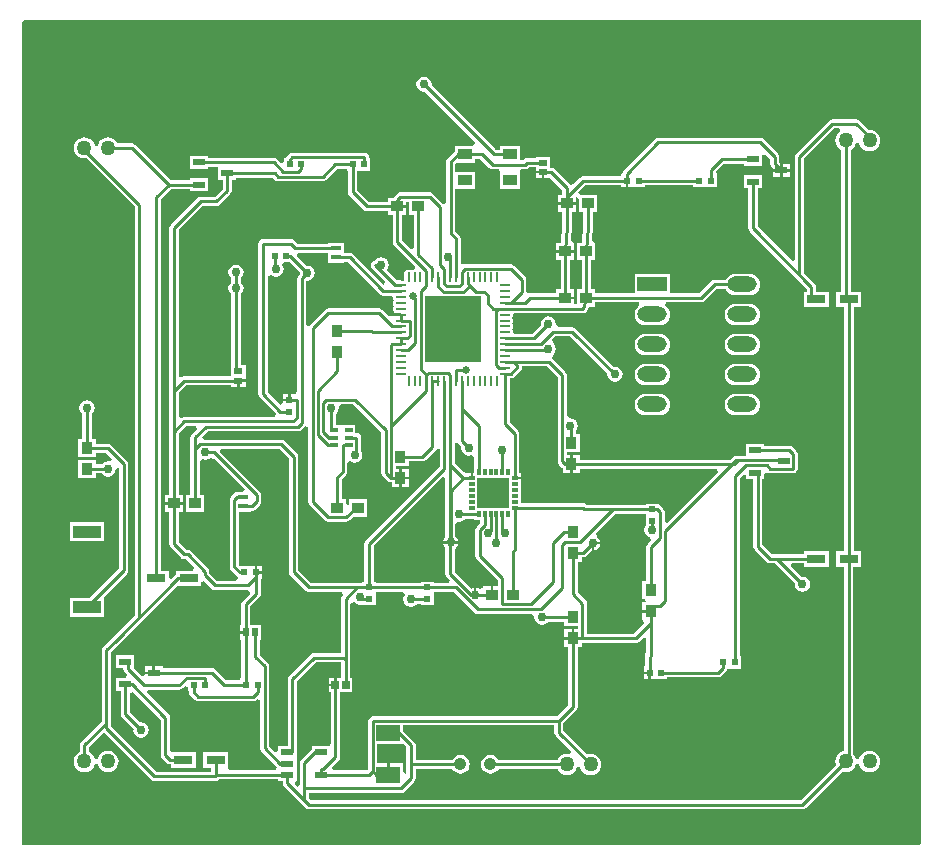
<source format=gtl>
G04 Layer_Physical_Order=1*
G04 Layer_Color=255*
%FSLAX25Y25*%
%MOIN*%
G70*
G01*
G75*
%ADD10R,0.03800X0.04000*%
%ADD11R,0.10630X0.10236*%
%ADD12R,0.01378X0.01969*%
%ADD13R,0.01969X0.01378*%
%ADD14R,0.02362X0.01969*%
%ADD15R,0.03347X0.01575*%
%ADD16R,0.01969X0.02362*%
%ADD17R,0.02756X0.01969*%
%ADD18R,0.02559X0.01575*%
%ADD19R,0.04528X0.03740*%
%ADD20R,0.04000X0.03800*%
%ADD21R,0.09449X0.04331*%
%ADD22O,0.03347X0.00984*%
%ADD23O,0.00984X0.03347*%
%ADD24R,0.18701X0.22244*%
%ADD25R,0.03937X0.02362*%
%ADD26R,0.01969X0.02756*%
%ADD27R,0.02500X0.02835*%
%ADD28R,0.06299X0.03150*%
%ADD29R,0.07874X0.05512*%
%ADD30R,0.04134X0.02362*%
%ADD31C,0.01000*%
%ADD32C,0.04157*%
%ADD33C,0.05000*%
%ADD34R,0.09843X0.05118*%
%ADD35O,0.09843X0.05118*%
%ADD36C,0.03000*%
%ADD37C,0.01969*%
%ADD38C,0.02600*%
%ADD39C,0.02500*%
G36*
X549500Y200500D02*
X549000Y200000D01*
X250000D01*
Y474500D01*
X250500Y475000D01*
X549500D01*
Y200500D01*
D02*
G37*
%LPC*%
G36*
X492362Y360590D02*
X487638D01*
X486709Y360467D01*
X485843Y360109D01*
X485099Y359538D01*
X484529Y358795D01*
X484170Y357929D01*
X484048Y357000D01*
X484170Y356071D01*
X484529Y355205D01*
X485099Y354462D01*
X485843Y353891D01*
X486709Y353533D01*
X487638Y353410D01*
X492362D01*
X493291Y353533D01*
X494157Y353891D01*
X494901Y354462D01*
X495471Y355205D01*
X495830Y356071D01*
X495952Y357000D01*
X495830Y357929D01*
X495471Y358795D01*
X494901Y359538D01*
X494157Y360109D01*
X493291Y360467D01*
X492362Y360590D01*
D02*
G37*
G36*
X462362D02*
X457638D01*
X456709Y360467D01*
X455843Y360109D01*
X455099Y359538D01*
X454529Y358795D01*
X454170Y357929D01*
X454048Y357000D01*
X454170Y356071D01*
X454529Y355205D01*
X455099Y354462D01*
X455843Y353891D01*
X456709Y353533D01*
X457638Y353410D01*
X462362D01*
X463291Y353533D01*
X464157Y353891D01*
X464901Y354462D01*
X465471Y355205D01*
X465830Y356071D01*
X465952Y357000D01*
X465830Y357929D01*
X465471Y358795D01*
X464901Y359538D01*
X464157Y360109D01*
X463291Y360467D01*
X462362Y360590D01*
D02*
G37*
G36*
Y370590D02*
X457638D01*
X456709Y370467D01*
X455843Y370109D01*
X455099Y369538D01*
X454529Y368795D01*
X454170Y367929D01*
X454048Y367000D01*
X454170Y366071D01*
X454529Y365205D01*
X455099Y364462D01*
X455843Y363891D01*
X456709Y363533D01*
X457638Y363410D01*
X462362D01*
X463291Y363533D01*
X464157Y363891D01*
X464901Y364462D01*
X465471Y365205D01*
X465830Y366071D01*
X465952Y367000D01*
X465830Y367929D01*
X465471Y368795D01*
X464901Y369538D01*
X464157Y370109D01*
X463291Y370467D01*
X462362Y370590D01*
D02*
G37*
G36*
X492362Y380590D02*
X487638D01*
X486709Y380467D01*
X485843Y380109D01*
X485099Y379538D01*
X484529Y378795D01*
X484170Y377929D01*
X484048Y377000D01*
X484170Y376071D01*
X484529Y375205D01*
X485099Y374462D01*
X485843Y373891D01*
X486709Y373533D01*
X487638Y373410D01*
X492362D01*
X493291Y373533D01*
X494157Y373891D01*
X494901Y374462D01*
X495471Y375205D01*
X495830Y376071D01*
X495952Y377000D01*
X495830Y377929D01*
X495471Y378795D01*
X494901Y379538D01*
X494157Y380109D01*
X493291Y380467D01*
X492362Y380590D01*
D02*
G37*
G36*
Y370590D02*
X487638D01*
X486709Y370467D01*
X485843Y370109D01*
X485099Y369538D01*
X484529Y368795D01*
X484170Y367929D01*
X484048Y367000D01*
X484170Y366071D01*
X484529Y365205D01*
X485099Y364462D01*
X485843Y363891D01*
X486709Y363533D01*
X487638Y363410D01*
X492362D01*
X493291Y363533D01*
X494157Y363891D01*
X494901Y364462D01*
X495471Y365205D01*
X495830Y366071D01*
X495952Y367000D01*
X495830Y367929D01*
X495471Y368795D01*
X494901Y369538D01*
X494157Y370109D01*
X493291Y370467D01*
X492362Y370590D01*
D02*
G37*
G36*
X277224Y307764D02*
X265776D01*
Y301433D01*
X277224D01*
Y307764D01*
D02*
G37*
G36*
X458663Y257100D02*
X457079D01*
Y255319D01*
X458663D01*
Y257100D01*
D02*
G37*
G36*
X271500Y348449D02*
X270525Y348255D01*
X269698Y347702D01*
X269145Y346876D01*
X268951Y345900D01*
X269145Y344924D01*
X269698Y344098D01*
X269971Y343915D01*
Y335500D01*
X268600D01*
Y329500D01*
X274400D01*
Y330871D01*
X277766D01*
X279864Y328774D01*
X279316Y327906D01*
X278600Y328049D01*
X277625Y327855D01*
X276798Y327302D01*
X276615Y327029D01*
X274400D01*
Y328500D01*
X268600D01*
Y322500D01*
X274400D01*
Y323971D01*
X276615D01*
X276798Y323698D01*
X277625Y323145D01*
X278600Y322951D01*
X279575Y323145D01*
X280402Y323698D01*
X280955Y324524D01*
X281116Y325334D01*
X281665Y325743D01*
X282082Y325938D01*
X282271Y325832D01*
Y292335D01*
X272502Y282567D01*
X265776D01*
Y276236D01*
X277224D01*
Y282567D01*
X277224D01*
X277108Y282847D01*
X284881Y290620D01*
X285213Y291116D01*
X285329Y291702D01*
Y327000D01*
X285213Y327585D01*
X284881Y328081D01*
X279481Y333481D01*
X278985Y333813D01*
X278400Y333929D01*
X274400D01*
Y335500D01*
X273029D01*
Y343915D01*
X273302Y344098D01*
X273855Y344924D01*
X274049Y345900D01*
X273855Y346876D01*
X273302Y347702D01*
X272476Y348255D01*
X271500Y348449D01*
D02*
G37*
G36*
X492362Y350590D02*
X487638D01*
X486709Y350467D01*
X485843Y350109D01*
X485099Y349538D01*
X484529Y348795D01*
X484170Y347929D01*
X484048Y347000D01*
X484170Y346071D01*
X484529Y345205D01*
X485099Y344462D01*
X485843Y343891D01*
X486709Y343533D01*
X487638Y343410D01*
X492362D01*
X493291Y343533D01*
X494157Y343891D01*
X494901Y344462D01*
X495471Y345205D01*
X495830Y346071D01*
X495952Y347000D01*
X495830Y347929D01*
X495471Y348795D01*
X494901Y349538D01*
X494157Y350109D01*
X493291Y350467D01*
X492362Y350590D01*
D02*
G37*
G36*
X462362D02*
X457638D01*
X456709Y350467D01*
X455843Y350109D01*
X455099Y349538D01*
X454529Y348795D01*
X454170Y347929D01*
X454048Y347000D01*
X454170Y346071D01*
X454529Y345205D01*
X455099Y344462D01*
X455843Y343891D01*
X456709Y343533D01*
X457638Y343410D01*
X462362D01*
X463291Y343533D01*
X464157Y343891D01*
X464901Y344462D01*
X465471Y345205D01*
X465830Y346071D01*
X465952Y347000D01*
X465830Y347929D01*
X465471Y348795D01*
X464901Y349538D01*
X464157Y350109D01*
X463291Y350467D01*
X462362Y350590D01*
D02*
G37*
G36*
X502600Y424600D02*
X500032D01*
Y422819D01*
X502600D01*
Y424600D01*
D02*
G37*
G36*
X383865Y456214D02*
X382890Y456020D01*
X382063Y455468D01*
X381510Y454641D01*
X381316Y453665D01*
X381510Y452690D01*
X382063Y451863D01*
X382890Y451310D01*
X383865Y451116D01*
X384187Y451181D01*
X400805Y434563D01*
X400805Y434179D01*
X399829Y433201D01*
X394256D01*
Y431504D01*
X394119Y431412D01*
X391645Y428939D01*
X391314Y428443D01*
X391197Y427857D01*
Y414138D01*
X390197Y413834D01*
X390166Y413881D01*
X386866Y417181D01*
X386369Y417513D01*
X385784Y417629D01*
X375900D01*
X375315Y417513D01*
X374819Y417181D01*
X373919Y416281D01*
X373664Y415900D01*
X372000D01*
Y414529D01*
X365434D01*
X361561Y418402D01*
Y424819D01*
X365953D01*
Y429181D01*
X365498D01*
Y429400D01*
X365382Y429985D01*
X365050Y430481D01*
X364554Y430813D01*
X363969Y430929D01*
X340000D01*
X339415Y430813D01*
X338919Y430481D01*
X337950Y429513D01*
X337728Y429181D01*
X337047D01*
Y427841D01*
X336123Y427458D01*
X334760Y428822D01*
X334264Y429153D01*
X333679Y429270D01*
X311744D01*
Y429921D01*
X305807D01*
Y425559D01*
X311744D01*
Y426211D01*
X314268D01*
X315256Y426181D01*
Y421819D01*
X316695D01*
Y418858D01*
X314017Y416179D01*
X309350D01*
X308765Y416063D01*
X308269Y415731D01*
X299419Y406881D01*
X299087Y406385D01*
X298971Y405800D01*
Y351425D01*
Y337800D01*
Y316900D01*
X297500D01*
Y314400D01*
X300500D01*
X303500D01*
Y316900D01*
X302029D01*
Y337167D01*
X304633Y339771D01*
X307801D01*
X308184Y338847D01*
X306419Y337081D01*
X306087Y336585D01*
X305971Y336000D01*
Y332012D01*
Y316900D01*
X304500D01*
Y311100D01*
X310500D01*
Y316900D01*
X309029D01*
Y328107D01*
X310025Y328645D01*
X311000Y328451D01*
X311976Y328645D01*
X312802Y329198D01*
X313817Y328920D01*
X324026Y318711D01*
X323643Y317787D01*
X320827D01*
Y317415D01*
X320815Y317413D01*
X320319Y317081D01*
X319519Y316281D01*
X319187Y315785D01*
X319071Y315200D01*
Y292800D01*
X319187Y292215D01*
X319519Y291719D01*
X321319Y289919D01*
X321672Y289682D01*
X321752Y289026D01*
X321122Y288229D01*
X314833D01*
X312304Y290758D01*
Y291225D01*
X312188Y291810D01*
X311856Y292306D01*
X306106Y298056D01*
X305610Y298388D01*
X305025Y298504D01*
X304558D01*
X302029Y301033D01*
Y311100D01*
X303500D01*
Y313600D01*
X300500D01*
X297500D01*
Y311100D01*
X298971D01*
Y300400D01*
X299087Y299815D01*
X299419Y299319D01*
X302844Y295894D01*
X303340Y295562D01*
X303925Y295446D01*
X304392D01*
X307338Y292499D01*
X306956Y291575D01*
X301264D01*
Y290379D01*
X300819Y290081D01*
X299660Y288923D01*
X298736Y289306D01*
Y291575D01*
X296029D01*
Y415367D01*
X299393Y418730D01*
X305807D01*
Y418079D01*
X311744D01*
Y422441D01*
X305807D01*
Y421789D01*
X299393D01*
X287601Y433581D01*
X287105Y433913D01*
X286520Y434029D01*
X281655D01*
X281557Y434265D01*
X280996Y434996D01*
X280265Y435557D01*
X279414Y435910D01*
X278500Y436030D01*
X277586Y435910D01*
X276735Y435557D01*
X276004Y434996D01*
X275443Y434265D01*
X275090Y433414D01*
X275067Y433241D01*
X274059D01*
X274036Y433414D01*
X273683Y434265D01*
X273122Y434996D01*
X272391Y435557D01*
X271540Y435910D01*
X270626Y436030D01*
X269712Y435910D01*
X268861Y435557D01*
X268130Y434996D01*
X267569Y434265D01*
X267216Y433414D01*
X267096Y432500D01*
X267216Y431586D01*
X267569Y430735D01*
X268130Y430004D01*
X268861Y429443D01*
X269712Y429090D01*
X270626Y428970D01*
X271281Y429056D01*
X287371Y412966D01*
Y276634D01*
X280019Y269281D01*
X276919Y266181D01*
X276587Y265685D01*
X276471Y265100D01*
Y241382D01*
X269545Y234455D01*
X269213Y233959D01*
X269097Y233374D01*
Y231155D01*
X268861Y231057D01*
X268130Y230496D01*
X267569Y229765D01*
X267216Y228914D01*
X267096Y228000D01*
X267216Y227086D01*
X267569Y226235D01*
X268130Y225504D01*
X268861Y224943D01*
X269712Y224590D01*
X270626Y224470D01*
X271540Y224590D01*
X272391Y224943D01*
X273122Y225504D01*
X273683Y226235D01*
X274036Y227086D01*
X274059Y227259D01*
X275067D01*
X275090Y227086D01*
X275443Y226235D01*
X276004Y225504D01*
X276735Y224943D01*
X277586Y224590D01*
X278500Y224470D01*
X279414Y224590D01*
X280265Y224943D01*
X280996Y225504D01*
X281557Y226235D01*
X281910Y227086D01*
X282030Y228000D01*
X281910Y228914D01*
X281557Y229765D01*
X280996Y230496D01*
X280265Y231057D01*
X279414Y231410D01*
X278500Y231530D01*
X277586Y231410D01*
X276735Y231057D01*
X276004Y230496D01*
X275443Y229765D01*
X275090Y228914D01*
X275067Y228741D01*
X274059D01*
X274036Y228914D01*
X273683Y229765D01*
X273122Y230496D01*
X272391Y231057D01*
X272155Y231155D01*
Y232740D01*
X277126Y237711D01*
X280019Y234819D01*
X292919Y221919D01*
X293415Y221587D01*
X294000Y221471D01*
X314400D01*
X314985Y221587D01*
X315481Y221919D01*
X315529Y221990D01*
X335213D01*
Y221339D01*
X336750D01*
Y220720D01*
X336867Y220135D01*
X337198Y219639D01*
X342919Y213919D01*
X344419Y212419D01*
X344915Y212087D01*
X345500Y211971D01*
X510000D01*
X510585Y212087D01*
X511081Y212419D01*
X523351Y224688D01*
X523586Y224590D01*
X524500Y224470D01*
X525414Y224590D01*
X526265Y224943D01*
X526996Y225504D01*
X527557Y226235D01*
X527910Y227086D01*
X527933Y227259D01*
X528941D01*
X528964Y227086D01*
X529317Y226235D01*
X529878Y225504D01*
X530609Y224943D01*
X531460Y224590D01*
X532374Y224470D01*
X533288Y224590D01*
X534139Y224943D01*
X534870Y225504D01*
X535431Y226235D01*
X535784Y227086D01*
X535904Y228000D01*
X535784Y228914D01*
X535431Y229765D01*
X534870Y230496D01*
X534139Y231057D01*
X533288Y231410D01*
X532374Y231530D01*
X531460Y231410D01*
X530609Y231057D01*
X529878Y230496D01*
X529317Y229765D01*
X528964Y228914D01*
X528941Y228741D01*
X527933D01*
X527910Y228914D01*
X527557Y229765D01*
X526996Y230496D01*
X526944Y230536D01*
Y292925D01*
X529563D01*
Y298075D01*
X527029D01*
Y379425D01*
X529563D01*
Y384575D01*
X526029D01*
Y431845D01*
X526265Y431943D01*
X526996Y432504D01*
X527557Y433235D01*
X527910Y434086D01*
X527933Y434259D01*
X528941D01*
X528964Y434086D01*
X529317Y433235D01*
X529878Y432504D01*
X530609Y431943D01*
X531460Y431590D01*
X532374Y431470D01*
X533288Y431590D01*
X534139Y431943D01*
X534870Y432504D01*
X535431Y433235D01*
X535784Y434086D01*
X535904Y435000D01*
X535784Y435914D01*
X535431Y436765D01*
X534870Y437496D01*
X534139Y438057D01*
X533288Y438410D01*
X532374Y438530D01*
X532161Y438502D01*
X529081Y441581D01*
X528585Y441913D01*
X528000Y442029D01*
X520000D01*
X519415Y441913D01*
X518919Y441581D01*
X507919Y430581D01*
X507587Y430085D01*
X507471Y429500D01*
Y395199D01*
X506547Y394816D01*
X495029Y406333D01*
Y419079D01*
X496520D01*
Y423441D01*
X490583D01*
Y419079D01*
X491971D01*
Y405700D01*
X492087Y405115D01*
X492419Y404619D01*
X511462Y385575D01*
X511451Y384575D01*
X510437D01*
Y379425D01*
X518736D01*
Y384575D01*
X514529D01*
Y386200D01*
X514413Y386785D01*
X514081Y387281D01*
X510529Y390833D01*
Y428866D01*
X520634Y438971D01*
X522342D01*
X522603Y438363D01*
X522622Y437971D01*
X522004Y437496D01*
X521443Y436765D01*
X521090Y435914D01*
X520970Y435000D01*
X521090Y434086D01*
X521443Y433235D01*
X522004Y432504D01*
X522735Y431943D01*
X522971Y431845D01*
Y384575D01*
X521264D01*
Y379425D01*
X523971D01*
Y298075D01*
X521264D01*
Y292925D01*
X523885D01*
Y231449D01*
X523586Y231410D01*
X522735Y231057D01*
X522004Y230496D01*
X521443Y229765D01*
X521090Y228914D01*
X520970Y228000D01*
X521090Y227086D01*
X521188Y226851D01*
X509367Y215029D01*
X346133D01*
X345529Y215634D01*
Y217471D01*
X376200D01*
X376785Y217587D01*
X377281Y217919D01*
X380581Y221219D01*
X380913Y221715D01*
X381029Y222300D01*
Y225471D01*
X393301D01*
X393311Y225448D01*
X393804Y224804D01*
X394447Y224311D01*
X395196Y224001D01*
X396000Y223895D01*
X396804Y224001D01*
X397552Y224311D01*
X398196Y224804D01*
X398689Y225448D01*
X398999Y226196D01*
X399105Y227000D01*
X398999Y227804D01*
X398689Y228553D01*
X398196Y229196D01*
X397552Y229689D01*
X396804Y229999D01*
X396000Y230105D01*
X395196Y229999D01*
X394447Y229689D01*
X393804Y229196D01*
X393311Y228553D01*
X393301Y228529D01*
X381029D01*
Y233500D01*
X380913Y234085D01*
X380581Y234581D01*
X376937Y238226D01*
Y239971D01*
X427271D01*
Y237574D01*
X427387Y236989D01*
X427719Y236493D01*
X432935Y231276D01*
X432446Y230464D01*
X432383Y230414D01*
X431500Y230530D01*
X430586Y230410D01*
X429735Y230057D01*
X429004Y229496D01*
X428443Y228765D01*
X428345Y228529D01*
X408699D01*
X408689Y228553D01*
X408196Y229196D01*
X407552Y229689D01*
X406804Y229999D01*
X406000Y230105D01*
X405196Y229999D01*
X404448Y229689D01*
X403804Y229196D01*
X403311Y228553D01*
X403001Y227804D01*
X402895Y227000D01*
X403001Y226196D01*
X403311Y225448D01*
X403804Y224804D01*
X404448Y224311D01*
X405196Y224001D01*
X406000Y223895D01*
X406804Y224001D01*
X407552Y224311D01*
X408196Y224804D01*
X408689Y225448D01*
X408699Y225471D01*
X428345D01*
X428443Y225235D01*
X429004Y224504D01*
X429735Y223943D01*
X430586Y223590D01*
X431500Y223470D01*
X432414Y223590D01*
X433265Y223943D01*
X433996Y224504D01*
X434557Y225235D01*
X434910Y226086D01*
X434933Y226259D01*
X435941D01*
X435964Y226086D01*
X436317Y225235D01*
X436878Y224504D01*
X437609Y223943D01*
X438460Y223590D01*
X439374Y223470D01*
X440288Y223590D01*
X441139Y223943D01*
X441870Y224504D01*
X442431Y225235D01*
X442784Y226086D01*
X442904Y227000D01*
X442784Y227914D01*
X442431Y228765D01*
X441870Y229496D01*
X441139Y230057D01*
X440288Y230410D01*
X439374Y230530D01*
X438460Y230410D01*
X438225Y230312D01*
X430329Y238208D01*
Y240866D01*
X434581Y245119D01*
X434913Y245615D01*
X435029Y246200D01*
Y266000D01*
X436400D01*
Y267471D01*
X454400D01*
X454985Y267587D01*
X455481Y267919D01*
X457047Y269484D01*
X457971Y269101D01*
Y268268D01*
X457621Y259681D01*
X457079D01*
Y257900D01*
X459063D01*
Y257500D01*
X459463D01*
Y255319D01*
X464984D01*
Y255971D01*
X481800D01*
X482385Y256087D01*
X482881Y256419D01*
X484581Y258119D01*
X484913Y258615D01*
X484954Y258819D01*
X489421D01*
Y263181D01*
X489029D01*
Y322408D01*
X490383Y323761D01*
X491307Y323379D01*
Y322079D01*
X493571D01*
Y299600D01*
X493687Y299015D01*
X494019Y298519D01*
X498119Y294419D01*
X498615Y294087D01*
X499200Y293971D01*
X500867D01*
X507515Y287322D01*
X507451Y287000D01*
X507645Y286024D01*
X508198Y285198D01*
X509024Y284645D01*
X510000Y284451D01*
X510976Y284645D01*
X511802Y285198D01*
X512355Y286024D01*
X512549Y287000D01*
X512355Y287976D01*
X511802Y288802D01*
X510976Y289355D01*
X510000Y289549D01*
X509678Y289485D01*
X506116Y293047D01*
X506499Y293971D01*
X510437D01*
Y292925D01*
X518736D01*
Y298075D01*
X510437D01*
Y297029D01*
X499833D01*
X496629Y300234D01*
Y322079D01*
X497244D01*
Y323879D01*
X497531Y324116D01*
X498244Y324368D01*
X498515Y324187D01*
X499100Y324071D01*
X506900D01*
X507485Y324187D01*
X507981Y324519D01*
X508313Y325015D01*
X508429Y325600D01*
Y330440D01*
X508313Y331026D01*
X507981Y331522D01*
X506681Y332822D01*
X506185Y333153D01*
X505600Y333270D01*
X497244D01*
Y333921D01*
X491307D01*
Y329929D01*
X487900D01*
X487315Y329813D01*
X486819Y329481D01*
X485866Y328529D01*
X435900D01*
Y330000D01*
X433400D01*
Y327000D01*
Y324000D01*
X435900D01*
Y325471D01*
X481501D01*
X481884Y324547D01*
X464952Y307615D01*
X464028Y307997D01*
Y311070D01*
X463911Y311655D01*
X463580Y312152D01*
X462681Y313050D01*
X462185Y313382D01*
X462181Y313382D01*
Y313953D01*
X457819D01*
Y313498D01*
X437944D01*
X437781Y313660D01*
X437285Y313992D01*
X436700Y314108D01*
X416071D01*
Y316795D01*
Y320732D01*
Y322142D01*
X414087D01*
Y322821D01*
X416071D01*
Y324110D01*
X415629D01*
Y337200D01*
X415513Y337785D01*
X415181Y338281D01*
X412429Y341034D01*
Y355707D01*
X412800D01*
X413385Y355823D01*
X413881Y356155D01*
X416070Y358344D01*
X416402Y358840D01*
X416518Y359425D01*
Y359644D01*
X424966D01*
X428371Y356240D01*
Y328000D01*
X428487Y327415D01*
X428819Y326919D01*
X429819Y325919D01*
X430100Y325730D01*
Y324000D01*
X432600D01*
Y327000D01*
Y330000D01*
X431429D01*
Y331000D01*
X435900D01*
Y337000D01*
X434529D01*
Y338288D01*
X434955Y338925D01*
X435149Y339900D01*
X434955Y340876D01*
X434402Y341702D01*
X433575Y342255D01*
X432600Y342449D01*
X432429Y342415D01*
X431429Y343236D01*
Y356873D01*
X431313Y357458D01*
X430981Y357955D01*
X426681Y362255D01*
X426648Y362277D01*
X426697Y363426D01*
X427102Y363698D01*
X427655Y364525D01*
X427849Y365500D01*
X427655Y366476D01*
X427102Y367302D01*
X426742Y367543D01*
X426530Y368746D01*
X427455Y369671D01*
X432646D01*
X444994Y357322D01*
X444930Y357000D01*
X445124Y356025D01*
X445677Y355198D01*
X446504Y354645D01*
X447479Y354451D01*
X448455Y354645D01*
X449282Y355198D01*
X449834Y356025D01*
X450028Y357000D01*
X449834Y357976D01*
X449282Y358802D01*
X448455Y359355D01*
X447479Y359549D01*
X447157Y359485D01*
X434361Y372281D01*
X433864Y372613D01*
X433279Y372729D01*
X428656D01*
X427835Y373729D01*
X427849Y373800D01*
X427655Y374776D01*
X427102Y375602D01*
X426275Y376155D01*
X425300Y376349D01*
X424325Y376155D01*
X423498Y375602D01*
X422945Y374776D01*
X422751Y373800D01*
X422815Y373478D01*
X419914Y370577D01*
X413886D01*
X413525Y371016D01*
X413410Y371598D01*
X413141Y372000D01*
X413410Y372402D01*
X413525Y372984D01*
X413410Y373566D01*
X413141Y373969D01*
X413410Y374371D01*
X413525Y374953D01*
X413410Y375535D01*
X413141Y375937D01*
X413410Y376339D01*
X413525Y376921D01*
X413886Y377360D01*
X436890D01*
X436961Y377375D01*
X437034Y377367D01*
X437252Y377432D01*
X437475Y377477D01*
X437536Y377517D01*
X437606Y377538D01*
X437782Y377682D01*
X437971Y377808D01*
X438012Y377869D01*
X438068Y377915D01*
X438176Y378115D01*
X438303Y378305D01*
X438317Y378376D01*
X438352Y378440D01*
X438708Y379600D01*
X441000D01*
Y380971D01*
X455398D01*
X455536Y380704D01*
X455663Y379971D01*
X455099Y379538D01*
X454529Y378795D01*
X454170Y377929D01*
X454048Y377000D01*
X454170Y376071D01*
X454529Y375205D01*
X455099Y374462D01*
X455843Y373891D01*
X456709Y373533D01*
X457638Y373410D01*
X462362D01*
X463291Y373533D01*
X464157Y373891D01*
X464901Y374462D01*
X465471Y375205D01*
X465830Y376071D01*
X465952Y377000D01*
X465830Y377929D01*
X465471Y378795D01*
X464901Y379538D01*
X464337Y379971D01*
X464464Y380704D01*
X464602Y380971D01*
X476200D01*
X476785Y381087D01*
X477281Y381419D01*
X481333Y385471D01*
X484419D01*
X484529Y385205D01*
X485099Y384462D01*
X485843Y383891D01*
X486709Y383533D01*
X487638Y383410D01*
X492362D01*
X493291Y383533D01*
X494157Y383891D01*
X494901Y384462D01*
X495471Y385205D01*
X495830Y386071D01*
X495952Y387000D01*
X495830Y387929D01*
X495471Y388795D01*
X494901Y389538D01*
X494157Y390109D01*
X493291Y390467D01*
X492362Y390590D01*
X487638D01*
X486709Y390467D01*
X485843Y390109D01*
X485099Y389538D01*
X484529Y388795D01*
X484419Y388529D01*
X480700D01*
X480115Y388413D01*
X479619Y388081D01*
X475566Y384029D01*
X465921D01*
Y390559D01*
X454079D01*
Y384029D01*
X441000D01*
Y385400D01*
X439529D01*
Y395100D01*
X441000D01*
Y400900D01*
X440431D01*
X439745Y401628D01*
X440027Y406410D01*
X440021Y406455D01*
X440029Y406500D01*
Y411100D01*
X441500D01*
Y416900D01*
X436456D01*
X435777Y416900D01*
X435288Y417763D01*
X435331Y417868D01*
X437433Y419971D01*
X449547D01*
Y419319D01*
X451132D01*
Y421500D01*
X451932D01*
Y419319D01*
X457453D01*
Y419971D01*
X473547D01*
Y419319D01*
X481453D01*
Y423681D01*
X481453D01*
X481304Y424681D01*
X483834Y427211D01*
X490583D01*
Y426559D01*
X496520D01*
Y430203D01*
X497520Y430617D01*
X499271Y428866D01*
Y427200D01*
X499387Y426615D01*
X499719Y426119D01*
X500032Y425806D01*
Y425400D01*
X502600D01*
Y427563D01*
X502329Y427834D01*
Y429500D01*
X502213Y430085D01*
X501882Y430581D01*
X497081Y435381D01*
X496585Y435713D01*
X496000Y435829D01*
X461932D01*
X461346Y435713D01*
X460850Y435381D01*
X450450Y424981D01*
X450119Y424485D01*
X450002Y423900D01*
Y423681D01*
X449547D01*
Y423029D01*
X436800D01*
X436215Y422913D01*
X435719Y422581D01*
X433638Y420501D01*
X432581Y420281D01*
X427356Y425507D01*
X426860Y425838D01*
X426275Y425955D01*
X425878D01*
Y429559D01*
X421122D01*
Y429104D01*
X418300D01*
X417715Y428988D01*
X417219Y428656D01*
X416992Y428429D01*
X415744D01*
Y433201D01*
X409217D01*
Y431860D01*
X407833D01*
X386350Y453343D01*
X386414Y453665D01*
X386220Y454641D01*
X385668Y455468D01*
X384841Y456020D01*
X383865Y456214D01*
D02*
G37*
G36*
X505969Y427181D02*
X503400D01*
Y425400D01*
X505969D01*
Y427181D01*
D02*
G37*
G36*
Y424600D02*
X503400D01*
Y422819D01*
X505969D01*
Y424600D01*
D02*
G37*
%LPD*%
G36*
X313119Y285619D02*
X313615Y285287D01*
X314200Y285171D01*
X325037D01*
X325727Y284346D01*
X325784Y284039D01*
X325719Y283882D01*
X323344Y281507D01*
X323012Y281011D01*
X322896Y280425D01*
Y273378D01*
X322441D01*
Y271400D01*
X324425D01*
Y270600D01*
X322441D01*
Y268622D01*
X322896D01*
Y262275D01*
X322971Y261899D01*
Y255681D01*
X322516D01*
Y255029D01*
X317833D01*
X314200Y258663D01*
X313704Y258994D01*
X313119Y259111D01*
X303228D01*
X302820Y259029D01*
X296693D01*
Y259681D01*
X294124D01*
Y257500D01*
X293724D01*
Y257100D01*
X290756D01*
Y256721D01*
X289756Y256307D01*
X287766Y258297D01*
X287244Y259059D01*
X287244D01*
X287244Y259059D01*
Y263421D01*
X281307D01*
Y259059D01*
X283571D01*
Y258800D01*
X283687Y258215D01*
X284019Y257719D01*
X284872Y256865D01*
X284490Y255941D01*
X281307D01*
Y251579D01*
X282746D01*
Y243724D01*
X282863Y243139D01*
X283194Y242643D01*
X287015Y238822D01*
X286951Y238500D01*
X287145Y237525D01*
X287698Y236698D01*
X288525Y236145D01*
X289500Y235951D01*
X290476Y236145D01*
X291302Y236698D01*
X291855Y237525D01*
X292049Y238500D01*
X291855Y239475D01*
X291302Y240302D01*
X290476Y240855D01*
X289500Y241049D01*
X289178Y240985D01*
X285805Y244358D01*
Y250778D01*
X286805Y251192D01*
X296071Y241926D01*
Y230100D01*
X296187Y229515D01*
X296519Y229019D01*
X298119Y227419D01*
X298615Y227087D01*
X299200Y226971D01*
X299437D01*
Y225925D01*
X307736D01*
Y231075D01*
X299437D01*
X299129Y231947D01*
Y242560D01*
X299013Y243145D01*
X298681Y243641D01*
X291452Y250871D01*
X291866Y251871D01*
X302319D01*
X302904Y251987D01*
X303400Y252319D01*
X304123Y253042D01*
X305047Y252659D01*
Y251319D01*
X305502D01*
Y251200D01*
X305619Y250615D01*
X305950Y250119D01*
X307550Y248519D01*
X308046Y248187D01*
X308632Y248071D01*
X326837D01*
X327422Y248187D01*
X327918Y248519D01*
X328247Y248847D01*
X329171Y248464D01*
Y232560D01*
X329287Y231975D01*
X329619Y231478D01*
X334919Y226178D01*
X334592Y225210D01*
X334440Y225049D01*
X318862D01*
X318563Y225925D01*
X318563D01*
Y231075D01*
X310264D01*
Y225925D01*
X312871D01*
Y224529D01*
X294634D01*
X282181Y236981D01*
X279529Y239633D01*
Y264467D01*
X282181Y267119D01*
X301488Y286425D01*
X309563D01*
Y287760D01*
X310563Y288174D01*
X313119Y285619D01*
D02*
G37*
G36*
X395371Y333666D02*
X396215Y332822D01*
X396151Y332500D01*
X396345Y331524D01*
X396898Y330698D01*
X397725Y330145D01*
X398700Y329951D01*
X399549Y330120D01*
X399842Y330027D01*
X400549Y329526D01*
Y326571D01*
X400390D01*
Y324110D01*
X400313D01*
Y322421D01*
X399513D01*
Y324110D01*
X397929D01*
X397929Y324110D01*
Y324110D01*
X397929Y324110D01*
X397048Y324398D01*
X394045Y327347D01*
Y334036D01*
X395040Y334162D01*
X395371Y333666D01*
D02*
G37*
G36*
X457819Y306885D02*
X457345Y306175D01*
X457151Y305200D01*
X457345Y304224D01*
X457898Y303398D01*
X458724Y302845D01*
X459178Y302755D01*
X459508Y301671D01*
X458419Y300581D01*
X458087Y300085D01*
X457971Y299500D01*
Y288000D01*
X456600D01*
Y282000D01*
X457598D01*
X457998Y281000D01*
X456600D01*
Y278400D01*
X459500D01*
Y277600D01*
X456600D01*
Y275000D01*
X456823D01*
X457237Y274000D01*
X453766Y270529D01*
X438129D01*
Y280600D01*
X438013Y281185D01*
X437681Y281681D01*
X435029Y284333D01*
Y294500D01*
X436400D01*
Y295971D01*
X436800D01*
X437385Y296087D01*
X437881Y296419D01*
X439700Y298237D01*
Y300800D01*
X440100D01*
Y301200D01*
X442569D01*
X442455Y301776D01*
X441902Y302602D01*
X441469Y302892D01*
X441229Y304066D01*
X447602Y310439D01*
X457819D01*
Y306885D01*
D02*
G37*
G36*
X342415Y391122D02*
X342351Y390800D01*
X342415Y390478D01*
X342019Y390081D01*
X341687Y389585D01*
X341571Y389000D01*
Y351291D01*
X341181Y350453D01*
X339400D01*
Y348469D01*
X339000D01*
Y348069D01*
X336819D01*
Y347290D01*
X335819Y346876D01*
X331677Y351018D01*
Y389926D01*
X332677Y390229D01*
X332698Y390198D01*
X333524Y389645D01*
X334500Y389451D01*
X335475Y389645D01*
X336302Y390198D01*
X336855Y391024D01*
X337049Y392000D01*
X336855Y392975D01*
X336626Y393319D01*
X337160Y394319D01*
X339218D01*
X342415Y391122D01*
D02*
G37*
G36*
X390986Y322581D02*
Y302862D01*
X390898Y302802D01*
X390345Y301975D01*
X390231Y301400D01*
X395169D01*
X395055Y301975D01*
X394502Y302802D01*
X394229Y302985D01*
Y307064D01*
X395229Y307885D01*
X395400Y307851D01*
X396375Y308045D01*
X397202Y308598D01*
X397385Y308871D01*
X400390D01*
Y308429D01*
X402518D01*
Y307333D01*
X401419Y306234D01*
X401087Y305738D01*
X400971Y305153D01*
Y296500D01*
X401087Y295915D01*
X401419Y295419D01*
X408471Y288367D01*
Y286400D01*
X406900D01*
Y283500D01*
X406100D01*
Y286400D01*
X403500D01*
Y285881D01*
X403221Y285679D01*
X402500Y285438D01*
X401875Y285855D01*
X401300Y285969D01*
Y283500D01*
X400500D01*
Y285969D01*
X399924Y285855D01*
X399555Y285608D01*
X394045Y291118D01*
Y298892D01*
X394502Y299198D01*
X395055Y300025D01*
X395169Y300600D01*
X390231D01*
X390345Y300025D01*
X390898Y299198D01*
X390986Y299138D01*
Y290484D01*
X391103Y289899D01*
X391434Y289403D01*
X392415Y288422D01*
X392033Y287498D01*
X387181D01*
Y287953D01*
X382819D01*
Y287498D01*
X367681D01*
Y287953D01*
X367029D01*
Y299931D01*
X390062Y322964D01*
X390986Y322581D01*
D02*
G37*
G36*
X400719Y277619D02*
X401215Y277287D01*
X401800Y277171D01*
X419864D01*
X420685Y276171D01*
X420651Y276000D01*
X420845Y275025D01*
X421398Y274198D01*
X422225Y273645D01*
X423200Y273451D01*
X424176Y273645D01*
X425002Y274198D01*
X425185Y274471D01*
X430600D01*
Y273000D01*
X435071D01*
Y272000D01*
X433900D01*
Y269000D01*
X433500D01*
Y268600D01*
X430600D01*
Y266000D01*
X431971D01*
Y246833D01*
X428166Y243029D01*
X366800D01*
X366215Y242913D01*
X365719Y242581D01*
X365387Y242085D01*
X365271Y241500D01*
Y225433D01*
X364886Y225049D01*
X353426D01*
X353012Y226049D01*
X355388Y228426D01*
X355720Y228922D01*
X355836Y229507D01*
Y251083D01*
X359943D01*
Y255917D01*
X359222D01*
Y261714D01*
Y280474D01*
X359649Y280841D01*
X360698Y280998D01*
X361525Y280445D01*
X362411Y280269D01*
X363319Y280047D01*
Y280047D01*
X364253Y280047D01*
X367681D01*
Y284439D01*
X376872D01*
X377365Y283439D01*
X377077Y283007D01*
X376883Y282032D01*
X377077Y281056D01*
X377629Y280229D01*
X378456Y279677D01*
X379432Y279483D01*
X380407Y279677D01*
X381234Y280229D01*
X381416Y280502D01*
X382819D01*
Y280047D01*
X387181D01*
Y284439D01*
X393898D01*
X400719Y277619D01*
D02*
G37*
G36*
X405619Y425819D02*
X406115Y425487D01*
X406700Y425371D01*
X408809D01*
X409217Y424539D01*
X409217Y424371D01*
Y418799D01*
X415744D01*
Y424371D01*
X415744Y424539D01*
X416151Y425371D01*
X417625D01*
X418211Y425487D01*
X418707Y425819D01*
X418933Y426045D01*
X421122D01*
Y424825D01*
X423500D01*
Y424425D01*
X423900D01*
Y422441D01*
X425878D01*
X425878Y422441D01*
Y422441D01*
X426633Y421904D01*
X429971Y418567D01*
Y416900D01*
X428500D01*
Y414400D01*
X431500D01*
X434500D01*
Y416040D01*
X434552Y416070D01*
X435500Y415465D01*
Y411100D01*
X436971D01*
Y406545D01*
X436639Y400900D01*
X435000D01*
Y395100D01*
X436471D01*
Y385400D01*
X435000D01*
Y380419D01*
X434000D01*
Y382100D01*
X431000D01*
Y382900D01*
X434000D01*
Y385400D01*
X432529D01*
Y395100D01*
X434000D01*
Y397600D01*
X431000D01*
X428000D01*
Y395100D01*
X429471D01*
Y385400D01*
X428000D01*
Y384029D01*
X419034D01*
X418857Y383994D01*
X418492Y384177D01*
X418032Y384585D01*
X417929Y384752D01*
Y388600D01*
X417813Y389185D01*
X417481Y389681D01*
X413881Y393281D01*
X413385Y393613D01*
X412800Y393729D01*
X397453D01*
X397029Y393645D01*
X396465Y393922D01*
X396029Y394256D01*
Y402227D01*
X395913Y402812D01*
X395581Y403308D01*
X394256Y404634D01*
Y418799D01*
X400783D01*
Y424539D01*
X394256D01*
Y427224D01*
X394493Y427461D01*
X400783D01*
Y428801D01*
X402636D01*
X405619Y425819D01*
D02*
G37*
G36*
X356164Y255917D02*
X354707D01*
Y253500D01*
X354307D01*
Y253100D01*
X352057D01*
Y251083D01*
X352778D01*
Y234094D01*
X352567Y233181D01*
X346433D01*
Y232091D01*
X346419Y232081D01*
X342919Y228581D01*
X342587Y228085D01*
X342471Y227500D01*
Y219999D01*
X341547Y219616D01*
X340748Y220415D01*
X341131Y221339D01*
X341347D01*
Y225079D01*
Y230315D01*
X341413Y230415D01*
X341529Y231000D01*
Y254666D01*
X347940Y261078D01*
X356164D01*
Y255917D01*
D02*
G37*
G36*
X351827Y394213D02*
X357173D01*
Y394471D01*
X358421D01*
X369178Y383714D01*
X369674Y383382D01*
X370260Y383266D01*
X373114D01*
X373475Y382827D01*
X373590Y382245D01*
X373859Y381842D01*
X373590Y381440D01*
X373475Y380858D01*
X373590Y380276D01*
X373859Y379874D01*
X373590Y379472D01*
X373475Y378890D01*
X373590Y378308D01*
X373859Y377906D01*
X373590Y377503D01*
X373554Y377321D01*
X376177D01*
Y376521D01*
X373261D01*
X372060Y376387D01*
X369866Y378581D01*
X369370Y378913D01*
X368784Y379029D01*
X352000D01*
X351415Y378913D01*
X350919Y378581D01*
X345719Y373381D01*
X345629Y373248D01*
X344629Y373551D01*
Y388029D01*
X344900Y388251D01*
X345876Y388445D01*
X346702Y388998D01*
X347255Y389825D01*
X347449Y390800D01*
X347255Y391775D01*
X346702Y392602D01*
X345876Y393155D01*
X344900Y393349D01*
X344578Y393285D01*
X341392Y396471D01*
X341807Y397471D01*
X351827D01*
Y394213D01*
D02*
G37*
G36*
X379000Y410100D02*
X380471D01*
Y399099D01*
X379547Y398716D01*
X376529Y401733D01*
Y410100D01*
X378000D01*
Y412600D01*
X375000D01*
Y413400D01*
X378000D01*
Y414571D01*
X379000D01*
Y410100D01*
D02*
G37*
G36*
X376937Y233634D02*
Y233634D01*
X377710Y233127D01*
X377971Y232867D01*
Y227000D01*
Y223861D01*
X377937Y223838D01*
X376937Y224373D01*
Y227366D01*
X372400D01*
Y223610D01*
X371600D01*
Y227366D01*
X368329D01*
Y233634D01*
X376937D01*
X376937Y233634D01*
D02*
G37*
G36*
X369671Y337667D02*
Y324100D01*
X369787Y323515D01*
X370119Y323019D01*
X371719Y321419D01*
X372215Y321087D01*
X372800Y320971D01*
X373100D01*
Y319500D01*
X375600D01*
Y322500D01*
Y325500D01*
X374429D01*
Y326500D01*
X378900D01*
Y327971D01*
X383310D01*
X383895Y328087D01*
X384392Y328419D01*
X387692Y331719D01*
X388023Y332215D01*
X389018Y332089D01*
Y326245D01*
X364419Y301645D01*
X364087Y301149D01*
X363971Y300564D01*
Y287953D01*
X363319D01*
Y287498D01*
X346234D01*
X341929Y291802D01*
Y329600D01*
X341813Y330185D01*
X341481Y330681D01*
X337344Y334819D01*
X336848Y335150D01*
X336263Y335267D01*
X310344D01*
X309929Y336267D01*
X311734Y338071D01*
X341900D01*
X342485Y338187D01*
X342981Y338519D01*
X344181Y339719D01*
X344271Y339852D01*
X345271Y339549D01*
Y314400D01*
X345387Y313815D01*
X345719Y313319D01*
X350719Y308319D01*
X351215Y307987D01*
X351800Y307871D01*
X357987D01*
X358573Y307987D01*
X359069Y308319D01*
X360350Y309600D01*
X365000D01*
Y315400D01*
X359000D01*
Y313550D01*
X358882Y313472D01*
X358000Y313943D01*
Y315400D01*
X356529D01*
Y322267D01*
X357781Y323519D01*
X358113Y324015D01*
X358229Y324600D01*
Y327533D01*
X358233Y327536D01*
X359229Y327976D01*
X359724Y327645D01*
X360700Y327451D01*
X361676Y327645D01*
X362502Y328198D01*
X363055Y329025D01*
X363249Y330000D01*
X363055Y330976D01*
X362829Y331313D01*
Y335941D01*
X362713Y336526D01*
X362381Y337022D01*
X361885Y337354D01*
X361300Y337470D01*
X361004D01*
Y340287D01*
X356445D01*
Y340287D01*
X356279D01*
Y340287D01*
X354429D01*
Y343915D01*
X354702Y344098D01*
X355255Y344924D01*
X355449Y345900D01*
X355415Y346071D01*
X356236Y347071D01*
X360266D01*
X369671Y337667D01*
D02*
G37*
G36*
X338871Y328966D02*
Y291169D01*
X338987Y290583D01*
X339319Y290087D01*
X344519Y284887D01*
X345015Y284556D01*
X345600Y284439D01*
X356601D01*
X356984Y283515D01*
X356612Y283143D01*
X356280Y282647D01*
X356164Y282062D01*
Y264136D01*
X347307D01*
X346722Y264020D01*
X346226Y263688D01*
X338919Y256381D01*
X338587Y255885D01*
X338471Y255300D01*
Y233181D01*
X335213D01*
Y231517D01*
X334289Y231134D01*
X332229Y233193D01*
Y259775D01*
X332113Y260360D01*
X331781Y260856D01*
X329104Y263533D01*
Y268622D01*
X329559D01*
Y273378D01*
X325955D01*
Y279792D01*
X329018Y282856D01*
X329350Y283352D01*
X329466Y283937D01*
Y288819D01*
X329921D01*
Y290600D01*
X327937D01*
Y291000D01*
X327537D01*
Y293181D01*
X322382D01*
X322129Y293433D01*
Y311213D01*
X326173D01*
Y311471D01*
X326400D01*
X326985Y311587D01*
X327481Y311919D01*
X329181Y313619D01*
X329513Y314115D01*
X329629Y314700D01*
Y316800D01*
X329513Y317385D01*
X329181Y317881D01*
X315855Y331208D01*
X316269Y332208D01*
X335629D01*
X338871Y328966D01*
D02*
G37*
G36*
X358047Y424819D02*
X358502D01*
Y417768D01*
X358619Y417183D01*
X358950Y416687D01*
X363719Y411919D01*
X364215Y411587D01*
X364800Y411471D01*
X372000D01*
Y410100D01*
X373471D01*
Y401100D01*
X373587Y400515D01*
X373919Y400019D01*
X380939Y392998D01*
X380823Y392517D01*
X380562Y392045D01*
X380129Y391911D01*
X380123Y391910D01*
X380121Y391908D01*
X379574Y391739D01*
X379318Y391910D01*
X378736Y392025D01*
X378154Y391910D01*
X377660Y391580D01*
X377331Y391086D01*
X377215Y390504D01*
Y388285D01*
X376218D01*
X376177Y388293D01*
X374970D01*
X371468Y391795D01*
X371955Y392525D01*
X372149Y393500D01*
X371955Y394476D01*
X371402Y395302D01*
X370575Y395855D01*
X369600Y396049D01*
X368624Y395855D01*
X367798Y395302D01*
X367615Y395029D01*
X367600D01*
X367015Y394913D01*
X366519Y394581D01*
X366187Y394085D01*
X366071Y393500D01*
X366187Y392915D01*
X366519Y392419D01*
X371003Y387934D01*
X370674Y386849D01*
X370420Y386798D01*
X360136Y397081D01*
X359640Y397413D01*
X359055Y397529D01*
X357173D01*
Y400787D01*
X351827D01*
Y400529D01*
X341615D01*
X340481Y401663D01*
X339985Y401994D01*
X339400Y402111D01*
X330147D01*
X329562Y401994D01*
X329066Y401663D01*
X328734Y401166D01*
X328618Y400581D01*
Y350384D01*
X328734Y349799D01*
X329066Y349303D01*
X334539Y343829D01*
X334125Y342829D01*
X304000D01*
X303415Y342713D01*
X303029Y342456D01*
X302261Y342654D01*
X302029Y342750D01*
Y350792D01*
X304633Y353396D01*
X319622D01*
Y352941D01*
X321600D01*
Y354925D01*
X322000D01*
Y355325D01*
X324378D01*
Y356090D01*
Y360059D01*
X322729D01*
Y383815D01*
X323002Y383998D01*
X323555Y384824D01*
X323749Y385800D01*
X323555Y386775D01*
X323002Y387602D01*
X322729Y387785D01*
Y389015D01*
X323002Y389198D01*
X323555Y390024D01*
X323749Y391000D01*
X323555Y391975D01*
X323002Y392802D01*
X322176Y393355D01*
X321200Y393549D01*
X320224Y393355D01*
X319398Y392802D01*
X318845Y391975D01*
X318651Y391000D01*
X318845Y390024D01*
X319398Y389198D01*
X319671Y389015D01*
Y387785D01*
X319398Y387602D01*
X318845Y386775D01*
X318651Y385800D01*
X318845Y384824D01*
X319398Y383998D01*
X319671Y383815D01*
Y360059D01*
X319622D01*
Y356455D01*
X304000D01*
X303415Y356338D01*
X303029Y356081D01*
X302261Y356279D01*
X302029Y356375D01*
Y405166D01*
X309983Y413121D01*
X314650D01*
X315235Y413237D01*
X315731Y413569D01*
X319306Y417143D01*
X319637Y417639D01*
X319754Y418224D01*
Y421819D01*
X321193D01*
Y422471D01*
X333433D01*
X334066Y421837D01*
X334562Y421506D01*
X335147Y421389D01*
X350019D01*
X350604Y421506D01*
X351100Y421837D01*
X354733Y425471D01*
X358047D01*
Y424819D01*
D02*
G37*
%LPC*%
G36*
X293324Y259681D02*
X290756D01*
Y257900D01*
X293324D01*
Y259681D01*
D02*
G37*
G36*
X442569Y300400D02*
X440500D01*
Y298331D01*
X441076Y298445D01*
X441902Y298998D01*
X442455Y299825D01*
X442569Y300400D01*
D02*
G37*
G36*
X338600Y350453D02*
X336819D01*
Y348869D01*
X338600D01*
Y350453D01*
D02*
G37*
G36*
X433100Y272000D02*
X430600D01*
Y269400D01*
X433100D01*
Y272000D01*
D02*
G37*
G36*
X434500Y413600D02*
X431500D01*
X428500D01*
Y411100D01*
X429971D01*
Y406545D01*
X429639Y400900D01*
X428000D01*
Y398400D01*
X431000D01*
X434000D01*
Y400900D01*
X433431D01*
X432745Y401628D01*
X433027Y406410D01*
X433020Y406455D01*
X433029Y406500D01*
Y411100D01*
X434500D01*
Y413600D01*
D02*
G37*
G36*
X423100Y424025D02*
X421122D01*
Y422441D01*
X423100D01*
Y424025D01*
D02*
G37*
G36*
X353907Y255917D02*
X352057D01*
Y253900D01*
X353907D01*
Y255917D01*
D02*
G37*
G36*
X378900Y325500D02*
X376400D01*
Y322900D01*
X378900D01*
Y325500D01*
D02*
G37*
G36*
Y322100D02*
X376400D01*
Y319500D01*
X378900D01*
Y322100D01*
D02*
G37*
G36*
X329921Y293181D02*
X328337D01*
Y291400D01*
X329921D01*
Y293181D01*
D02*
G37*
G36*
X324378Y354525D02*
X322400D01*
Y352941D01*
X324378D01*
Y354525D01*
D02*
G37*
%LPD*%
D10*
X433000Y334000D02*
D03*
Y327000D02*
D03*
X433500Y276000D02*
D03*
Y269000D02*
D03*
Y304500D02*
D03*
Y297500D02*
D03*
X459500Y285000D02*
D03*
Y278000D02*
D03*
X355000Y371500D02*
D03*
Y364500D02*
D03*
X271500Y332500D02*
D03*
Y325500D02*
D03*
X376000Y329500D02*
D03*
Y322500D02*
D03*
D11*
X407000Y317500D02*
D03*
D12*
X402079Y324587D02*
D03*
X404047D02*
D03*
X406016D02*
D03*
X407984D02*
D03*
X409953D02*
D03*
X411921D02*
D03*
Y310413D02*
D03*
X409953D02*
D03*
X407984D02*
D03*
X406016D02*
D03*
X404047D02*
D03*
X402079D02*
D03*
D13*
X414087Y322421D02*
D03*
Y320453D02*
D03*
Y318484D02*
D03*
Y316516D02*
D03*
Y314547D02*
D03*
Y312579D02*
D03*
X399913D02*
D03*
Y314547D02*
D03*
Y316516D02*
D03*
Y318484D02*
D03*
Y320453D02*
D03*
Y322421D02*
D03*
D14*
X339000Y348469D02*
D03*
Y344532D02*
D03*
X365500Y285969D02*
D03*
Y282032D02*
D03*
X385000Y285969D02*
D03*
Y282032D02*
D03*
X460000Y311969D02*
D03*
Y308032D02*
D03*
D15*
X354500Y399000D02*
D03*
Y396000D02*
D03*
X323500Y316000D02*
D03*
Y313000D02*
D03*
D16*
X327937Y291000D02*
D03*
X324000D02*
D03*
X337969Y396500D02*
D03*
X334032D02*
D03*
X328437Y253500D02*
D03*
X324500D02*
D03*
X463000Y257500D02*
D03*
X459063D02*
D03*
X310969Y253500D02*
D03*
X307032D02*
D03*
X487437Y261000D02*
D03*
X483500D02*
D03*
X363969Y427000D02*
D03*
X360032D02*
D03*
X455469Y421500D02*
D03*
X451532D02*
D03*
X342969Y427000D02*
D03*
X339032D02*
D03*
X479469Y421500D02*
D03*
X475532D02*
D03*
D17*
X322000Y354925D02*
D03*
Y358075D02*
D03*
X423500Y424425D02*
D03*
Y427575D02*
D03*
D18*
X354000Y338500D02*
D03*
Y335941D02*
D03*
Y333382D02*
D03*
X358724D02*
D03*
Y335941D02*
D03*
Y338500D02*
D03*
D19*
X397520Y421669D02*
D03*
X412480D02*
D03*
X397520Y430331D02*
D03*
X412480D02*
D03*
D20*
X362000Y312500D02*
D03*
X355000D02*
D03*
X382000Y413000D02*
D03*
X375000D02*
D03*
X438000Y398000D02*
D03*
X431000D02*
D03*
X307500Y314000D02*
D03*
X300500D02*
D03*
X413500Y283500D02*
D03*
X406500D02*
D03*
X438000Y382500D02*
D03*
X431000D02*
D03*
X438500Y414000D02*
D03*
X431500D02*
D03*
D21*
X271500Y279402D02*
D03*
Y304598D02*
D03*
D22*
X376177Y386764D02*
D03*
Y384795D02*
D03*
Y382827D02*
D03*
Y380858D02*
D03*
Y378890D02*
D03*
Y376921D02*
D03*
Y374953D02*
D03*
Y372984D02*
D03*
Y371016D02*
D03*
Y369047D02*
D03*
Y367079D02*
D03*
Y365110D02*
D03*
Y363142D02*
D03*
Y361173D02*
D03*
Y359205D02*
D03*
Y357236D02*
D03*
X410823D02*
D03*
Y359205D02*
D03*
Y361173D02*
D03*
Y363142D02*
D03*
Y365110D02*
D03*
Y367079D02*
D03*
Y369047D02*
D03*
Y371016D02*
D03*
Y372984D02*
D03*
Y374953D02*
D03*
Y376921D02*
D03*
Y378890D02*
D03*
Y380858D02*
D03*
Y382827D02*
D03*
Y384795D02*
D03*
Y386764D02*
D03*
D23*
X378736Y354677D02*
D03*
X380705D02*
D03*
X382673D02*
D03*
X384642D02*
D03*
X386610D02*
D03*
X388579D02*
D03*
X390547D02*
D03*
X392516D02*
D03*
X394484D02*
D03*
X396453D02*
D03*
X398421D02*
D03*
X400390D02*
D03*
X402358D02*
D03*
X404327D02*
D03*
X406295D02*
D03*
X408264D02*
D03*
Y389323D02*
D03*
X406295D02*
D03*
X404327D02*
D03*
X402358D02*
D03*
X400390D02*
D03*
X398421D02*
D03*
X396453D02*
D03*
X394484D02*
D03*
X392516D02*
D03*
X390547D02*
D03*
X388579D02*
D03*
X386610D02*
D03*
X384642D02*
D03*
X382673D02*
D03*
X380705D02*
D03*
X378736D02*
D03*
D24*
X393500Y372000D02*
D03*
D25*
X293724Y257500D02*
D03*
X284276Y253760D02*
D03*
Y261240D02*
D03*
X503724Y328000D02*
D03*
X494276Y324260D02*
D03*
Y331740D02*
D03*
X318224Y424000D02*
D03*
X308776Y420260D02*
D03*
Y427740D02*
D03*
X503000Y425000D02*
D03*
X493551Y421260D02*
D03*
Y428740D02*
D03*
D26*
X324425Y271000D02*
D03*
X327575D02*
D03*
D27*
X357693Y253500D02*
D03*
X354307D02*
D03*
D28*
X314413Y228500D02*
D03*
X303587D02*
D03*
X525413Y295500D02*
D03*
X514587D02*
D03*
X305413Y289000D02*
D03*
X294587D02*
D03*
X525413Y382000D02*
D03*
X514587D02*
D03*
D29*
X372000Y237390D02*
D03*
Y223610D02*
D03*
D30*
X349500Y231000D02*
D03*
Y223520D02*
D03*
X338280D02*
D03*
Y227260D02*
D03*
Y231000D02*
D03*
D31*
X410900Y340400D02*
Y357236D01*
X414100Y322421D02*
Y337200D01*
X459500Y279700D02*
X462400D01*
X392516Y290484D02*
Y301184D01*
X379500Y227000D02*
X396000D01*
X406000D02*
X431500D01*
X428800Y237574D02*
X439374Y227000D01*
X428800Y237574D02*
Y241500D01*
X270626Y228000D02*
Y228026D01*
X284276Y243724D02*
X289500Y238500D01*
X284276Y243724D02*
Y253760D01*
X520000Y440500D02*
X528000D01*
X532374Y436126D01*
Y435000D02*
Y436126D01*
X524500Y382913D02*
X525413Y382000D01*
X270626Y431874D02*
Y432500D01*
X286520D02*
X298760Y420260D01*
X278500Y432500D02*
X286520D01*
X455469Y421500D02*
X475532D01*
X418300Y427575D02*
X423500D01*
X417625Y426900D02*
X418300Y427575D01*
X406700Y426900D02*
X417625D01*
X403269Y430331D02*
X406700Y426900D01*
X397520Y430331D02*
X403269D01*
X386610Y354677D02*
X388579D01*
X431000Y382500D02*
Y398000D01*
X376177Y374953D02*
Y376921D01*
Y367079D02*
Y369047D01*
X324500Y253500D02*
Y262200D01*
X324425Y262275D02*
X324500Y262200D01*
X324425Y262275D02*
Y271000D01*
X365500Y285969D02*
X385000D01*
X438000Y382500D02*
Y398000D01*
X355000Y371500D02*
X366246D01*
X366730Y371016D01*
X376177D01*
X390547Y387200D02*
Y389323D01*
Y387200D02*
X391347Y386400D01*
X395653D01*
X396453Y387200D01*
Y389323D01*
X407900Y377990D02*
X408800Y378890D01*
X407900Y360105D02*
Y377990D01*
Y360105D02*
X408800Y359205D01*
X410823D01*
X363969Y427000D02*
Y429400D01*
X340000D02*
X363969D01*
X339032Y428432D02*
X340000Y429400D01*
X339032Y427000D02*
Y428432D01*
X271500Y279402D02*
X283800Y291702D01*
Y327000D01*
X278400Y332400D02*
X283800Y327000D01*
X271500Y332400D02*
Y332500D01*
X294500Y289000D02*
X294587D01*
X294500Y416000D02*
X298760Y420260D01*
X308776D01*
X355000Y312500D02*
Y322900D01*
X356700Y324600D01*
Y333382D01*
X358724D01*
X413500Y283500D02*
Y298000D01*
X414087Y298587D01*
Y312579D01*
X314400Y228500D02*
X314413D01*
X327575Y262900D02*
Y271000D01*
Y262900D02*
X330700Y259775D01*
Y232560D02*
Y259775D01*
Y232560D02*
X336000Y227260D01*
X338280D01*
X454400Y269000D02*
X459500Y274100D01*
Y278000D01*
X479469Y421500D02*
Y425009D01*
X483200Y428740D01*
X493551D01*
X304000Y354925D02*
X322000D01*
X300500Y351425D02*
X304000Y354925D01*
X493500Y421260D02*
X493551D01*
X493500Y405700D02*
X513000Y386200D01*
X347500Y231000D02*
X349500D01*
X426275Y424425D02*
X431500Y419200D01*
X423500Y424425D02*
X426275D01*
X327937Y289600D02*
Y291000D01*
X325037Y286700D02*
X327937Y289600D01*
X314200Y286700D02*
X325037D01*
X305025Y296975D02*
X310775Y291225D01*
X300500Y300400D02*
Y314000D01*
X401221Y384400D02*
X404000D01*
X405100Y383300D01*
Y380800D02*
Y383300D01*
Y380800D02*
X407010Y378890D01*
X360032Y417768D02*
Y427000D01*
Y417768D02*
X364800Y413000D01*
X375000D01*
X324425Y271000D02*
Y280425D01*
X327937Y283937D01*
X328437Y251200D02*
Y253500D01*
X326837Y249600D02*
X328437Y251200D01*
X308632Y249600D02*
X326837D01*
X307032Y251200D02*
X308632Y249600D01*
X307032Y251200D02*
Y253500D01*
X496000Y434300D02*
X500800Y429500D01*
X461932Y434300D02*
X496000D01*
X451532Y423900D02*
X461932Y434300D01*
X451532Y421500D02*
Y423900D01*
X308776Y427740D02*
X333679D01*
X336800Y424619D01*
X341987D01*
X342969Y425600D01*
Y427000D01*
X354100D02*
X360032D01*
X350019Y422919D02*
X354100Y427000D01*
X335147Y422919D02*
X350019D01*
X334066Y424000D02*
X335147Y422919D01*
X318224Y424000D02*
X334066D01*
X396453Y389323D02*
Y391200D01*
X397453Y392200D01*
X412800D01*
X416400Y388600D01*
Y384458D02*
Y388600D01*
X412800Y380858D02*
X416400Y384458D01*
X384642Y351400D02*
Y354677D01*
X372900Y339658D02*
X384642Y351400D01*
X372900Y322500D02*
Y339658D01*
Y322500D02*
X376000D01*
Y329500D02*
X383310D01*
X386610Y332800D01*
Y354677D01*
X392516D02*
Y356800D01*
X391716Y357600D02*
X392516Y356800D01*
X385442Y357600D02*
X391716D01*
X384642Y356800D02*
X385442Y357600D01*
X384642Y354677D02*
Y356800D01*
X396453Y345300D02*
Y354677D01*
Y345300D02*
X402079Y339674D01*
Y324587D02*
Y339674D01*
X363268Y282032D02*
X365500D01*
X362500Y282800D02*
X363268Y282032D01*
X361600Y285969D02*
X365500D01*
X357693Y282062D02*
X361600Y285969D01*
X354307Y229507D02*
Y253500D01*
X350100Y225300D02*
X354307Y229507D01*
X349500Y225300D02*
X350100D01*
X349500Y223520D02*
Y225300D01*
X338280Y231000D02*
X340000D01*
Y255300D02*
X347307Y262607D01*
X356800D01*
X357693Y261714D01*
X300500Y405800D02*
X309350Y414650D01*
X300500Y337800D02*
X304000Y341300D01*
X340300D01*
X341400Y342400D01*
Y348469D01*
X339000D02*
X341400D01*
X414087Y322421D02*
X414100D01*
X410900Y340400D02*
X414100Y337200D01*
X375000Y401100D02*
Y413000D01*
Y401100D02*
X384642Y391458D01*
Y389323D02*
Y391458D01*
X386610Y389323D02*
Y392300D01*
X382000Y396910D02*
X386610Y392300D01*
X382000Y396910D02*
Y413000D01*
X372900Y366900D02*
X373079Y367079D01*
X376177D01*
Y369047D02*
X378300D01*
X379051Y369798D01*
Y374700D01*
X378798Y374953D02*
X379051Y374700D01*
X376177Y374953D02*
X378798D01*
X380751Y367351D02*
Y382549D01*
X378510Y365110D02*
X380751Y367351D01*
X376177Y365110D02*
X378510D01*
X407200Y430331D02*
X412480D01*
X383865Y453665D02*
X407200Y430331D01*
X321200Y358075D02*
X322000D01*
X394484Y389323D02*
Y393484D01*
X394500Y393500D01*
Y402227D01*
X392727Y404000D02*
X394500Y402227D01*
X392727Y404000D02*
Y427857D01*
X395200Y430331D01*
X397520D01*
X375000Y413000D02*
Y415200D01*
X375900Y416100D01*
X385784D01*
X389084Y412800D01*
Y393482D02*
Y412800D01*
Y393482D02*
X390547Y392019D01*
Y389323D02*
Y392019D01*
X409953Y324587D02*
Y331800D01*
X432600Y339900D02*
X433000Y339500D01*
Y334000D02*
Y339500D01*
X406016Y304816D02*
Y310413D01*
X405200Y304000D02*
X406016Y304816D01*
X392516Y301184D02*
X392700Y301000D01*
X404047Y306700D02*
Y310413D01*
X402500Y305153D02*
X404047Y306700D01*
X402500Y296500D02*
Y305153D01*
Y296500D02*
X410000Y289000D01*
Y280400D02*
Y289000D01*
Y280400D02*
X419400D01*
X426700Y287700D01*
Y300800D01*
X430400Y304500D01*
X433500D01*
X495100Y299600D02*
X499200Y295500D01*
X494276Y324260D02*
X495100D01*
X494276Y331740D02*
X505600D01*
X506900Y330440D01*
Y325600D02*
Y330440D01*
X499100Y325600D02*
X506900D01*
X498059Y326641D02*
X499100Y325600D01*
X491100Y326641D02*
X498059D01*
X487500Y323041D02*
X491100Y326641D01*
X487437Y261000D02*
X487500D01*
X503324Y328400D02*
X503724Y328000D01*
X487200Y327000D02*
X488600Y328400D01*
X322400Y291000D02*
X324000D01*
X320600Y292800D02*
X322400Y291000D01*
X320600Y292800D02*
Y315200D01*
X321400Y316000D01*
X323500D01*
X310969Y253500D02*
Y255700D01*
X310787Y255881D02*
X310969Y255700D01*
X304800Y255881D02*
X310787D01*
X302319Y253400D02*
X304800Y255881D01*
X284276Y261240D02*
X285100D01*
X303147Y257500D02*
X303228Y257581D01*
X313119D01*
X317200Y253500D01*
X324500D01*
X464198Y281498D02*
Y304698D01*
X462400Y279700D02*
X464198Y281498D01*
X459500Y278000D02*
Y279700D01*
X460000Y311969D02*
X461600D01*
X462498Y311070D01*
Y302498D02*
Y311070D01*
X459500Y299500D02*
X462498Y302498D01*
X459500Y285000D02*
Y299500D01*
X460000Y305500D02*
Y308032D01*
X459700Y305200D02*
X460000Y305500D01*
X402079Y310400D02*
Y310413D01*
X433500Y246200D02*
Y269000D01*
X428800Y241500D02*
X433500Y246200D01*
X366800Y241500D02*
X428800D01*
X366800Y224800D02*
Y241500D01*
Y224800D02*
X367990Y223610D01*
X372000D01*
X423200Y276000D02*
X433500D01*
X407984Y300800D02*
Y310413D01*
X410823Y369047D02*
X420547D01*
X425300Y373800D01*
X417392Y380858D02*
X419034Y382500D01*
X431000D01*
X425600Y361173D02*
X429900Y356873D01*
Y328000D02*
Y356873D01*
Y328000D02*
X430900Y327000D01*
X433000D01*
X396879Y322421D02*
X399913D01*
X392700Y318242D02*
X396879Y322421D01*
X392700Y301000D02*
Y318242D01*
X436800Y297500D02*
X440100Y300800D01*
X433500Y297500D02*
X436800D01*
X412800Y357236D02*
X414989Y359425D01*
Y360000D01*
X413816Y361173D02*
X414989Y360000D01*
X410823Y361173D02*
X413816D01*
X391800Y396200D02*
X392516Y395484D01*
Y389323D02*
Y395484D01*
X390547Y325611D02*
Y354677D01*
X365500Y300564D02*
X390547Y325611D01*
X365500Y285969D02*
Y300564D01*
X436700Y312579D02*
X437310Y311969D01*
X414087Y312579D02*
X436700D01*
X433500Y283700D02*
Y297500D01*
Y283700D02*
X436600Y280600D01*
Y269000D02*
Y280600D01*
X336000Y344532D02*
X339000D01*
X330147Y350384D02*
X336000Y344532D01*
X330147Y350384D02*
Y400581D01*
X339400D01*
X340981Y399000D01*
X354500D01*
X424910Y365110D02*
X425300Y365500D01*
X410823Y365110D02*
X424910D01*
X271500Y332500D02*
Y345900D01*
X352900Y338500D02*
X354000D01*
X370260Y384795D02*
X376177D01*
X359055Y396000D02*
X370260Y384795D01*
X354500Y396000D02*
X359055D01*
X379432Y282032D02*
X385000D01*
X463000Y257500D02*
X481800D01*
X483500Y259200D01*
Y261000D01*
X323500Y313000D02*
X326400D01*
X328100Y314700D01*
Y316800D01*
X313900Y331000D02*
X328100Y316800D01*
X311000Y331000D02*
X313900D01*
X367600Y393500D02*
X369600D01*
X374336Y386764D02*
X376177D01*
X284276Y253760D02*
X286400D01*
X297600Y230100D02*
Y242560D01*
Y230100D02*
X299200Y228500D01*
X303587D01*
X361087Y312500D02*
X362000D01*
X357987Y309400D02*
X361087Y312500D01*
X351800Y309400D02*
X357987D01*
X346800Y314400D02*
X351800Y309400D01*
X346800Y314400D02*
Y372300D01*
X352000Y377500D01*
X368784D01*
X373300Y372984D01*
X376177D01*
X271500Y325500D02*
X278600D01*
X360700Y330000D02*
X361300Y330600D01*
Y335941D01*
X358724D02*
X361300D01*
X352000Y333382D02*
X354000D01*
X348500Y336882D02*
X352000Y333382D01*
X348500Y336882D02*
Y351500D01*
X355000Y358000D01*
Y364500D01*
X410823Y367079D02*
X422700D01*
X426821Y371200D01*
X433279D01*
X447479Y357000D01*
X384642Y386400D02*
Y389323D01*
X382900Y384658D02*
X384642Y386400D01*
X382900Y358900D02*
X384642Y356800D01*
X431000Y398000D02*
X431500Y406500D01*
Y414000D01*
X436800Y421500D02*
X451532D01*
X431500Y416200D02*
X436800Y421500D01*
X431500Y414000D02*
Y416200D01*
X392516Y290484D02*
X399500Y283500D01*
X392516Y326705D02*
Y354677D01*
Y326705D02*
X396879Y322421D01*
X371200Y324100D02*
X372800Y322500D01*
X371200Y324100D02*
Y338300D01*
X360900Y348600D02*
X371200Y338300D01*
X351200Y348600D02*
X360900D01*
X350200Y347600D02*
X351200Y348600D01*
X350200Y337800D02*
Y347600D01*
Y337800D02*
X352059Y335941D01*
X354000D01*
X409953Y304747D02*
X410700Y304000D01*
X409953Y304747D02*
Y310413D01*
X459063Y257500D02*
X459500Y268237D01*
X385000Y285969D02*
X394531D01*
X401800Y278700D01*
X422850D01*
X429800Y285650D01*
Y300000D01*
X430800Y301000D01*
X436000D01*
X446969Y311969D01*
X340400Y291169D02*
X345600Y285969D01*
X340400Y291169D02*
Y329600D01*
X336263Y333737D02*
X340400Y329600D01*
X309225Y333737D02*
X336263D01*
X307500Y332012D02*
X309225Y333737D01*
X398421Y387200D02*
Y389323D01*
Y387200D02*
X399011Y386611D01*
X396800Y384400D02*
X399011Y386611D01*
X390400Y384400D02*
X396800D01*
X388579Y386221D02*
X390400Y384400D01*
X388579Y386221D02*
Y389323D01*
X337969Y396500D02*
X339200D01*
X344900Y390800D01*
X343100Y389000D02*
X344900Y390800D01*
X343100Y340800D02*
Y389000D01*
X341900Y339600D02*
X343100Y340800D01*
X311100Y339600D02*
X341900D01*
X307500Y336000D02*
X311100Y339600D01*
X307500Y332012D02*
Y336000D01*
Y314000D02*
Y332012D01*
X436890Y378890D02*
X438000Y382500D01*
X410823Y378890D02*
X436890D01*
X438000Y398000D02*
X438500Y406500D01*
Y414000D01*
X438000Y382500D02*
X476200D01*
X480700Y387000D01*
X490000D01*
X344000Y219000D02*
X376200D01*
X396453Y334747D02*
Y345300D01*
X285100Y258800D02*
Y261240D01*
X487500Y261000D02*
Y323041D01*
X321200Y358075D02*
Y385800D01*
Y391000D01*
X271500Y332400D02*
X278400D01*
X352900Y338500D02*
Y345900D01*
X300500Y314000D02*
Y337800D01*
Y351425D01*
Y405800D01*
X327937Y283937D02*
Y289600D01*
X372800Y322500D02*
X372900D01*
Y339658D02*
Y366900D01*
X399500Y283500D02*
X400900D01*
X406500D01*
X392516Y301184D02*
Y326705D01*
X433500Y269000D02*
X436600D01*
X454400D01*
X459500Y268237D02*
Y274100D01*
X464198Y304698D02*
X486500Y327000D01*
X487900Y328400D01*
X410823Y357236D02*
X410900D01*
X412800D01*
X413816Y361173D02*
X425600D01*
X410823Y380858D02*
X412800D01*
X417392D01*
X433000Y327000D02*
X486500D01*
X487200D01*
X487900Y328400D02*
X488600D01*
X503324D01*
X431500Y416200D02*
Y419200D01*
X357693Y253500D02*
Y261714D01*
Y282062D01*
X345600Y285969D02*
X361600D01*
X399011Y386611D02*
X401221Y384400D01*
X437310Y311969D02*
X446969D01*
X460000D01*
X407010Y378890D02*
X408800D01*
X410823D01*
X513000Y382000D02*
Y386200D01*
X493500Y405700D02*
Y421260D01*
X513000Y382000D02*
X514587D01*
X334032Y392468D02*
X334500Y392000D01*
X334032Y392468D02*
Y396500D01*
X367600Y393500D02*
X374336Y386764D01*
X396453Y334747D02*
X398700Y332500D01*
X382900Y358900D02*
Y384658D01*
X380100Y383200D02*
X380751Y382549D01*
X394484Y354677D02*
Y358500D01*
X398000D01*
X499200Y295500D02*
X514587D01*
X495100Y299600D02*
Y324260D01*
X501500Y295500D02*
X510000Y287000D01*
X509000Y429500D02*
X520000Y440500D01*
X509000Y390200D02*
Y429500D01*
X525500Y295500D02*
Y381913D01*
X524500Y382000D02*
Y435000D01*
X286400Y253760D02*
X297600Y242560D01*
X285100Y258800D02*
X290500Y253400D01*
X293724Y257500D02*
X303147D01*
X290500Y253400D02*
X302319D01*
X281100Y235900D02*
X294000Y223000D01*
X308900D01*
X278000Y239000D02*
X281100Y235900D01*
X278000Y239000D02*
Y265100D01*
X281100Y268200D01*
X270626Y228026D02*
Y233374D01*
X277752Y240500D01*
X308900Y223000D02*
X314400D01*
Y223100D02*
Y228500D01*
X314820Y223520D02*
X338280D01*
X525415Y228915D02*
Y295510D01*
X524500Y228000D02*
X525415Y228915D01*
X345500Y213500D02*
X510000D01*
X524500Y228000D01*
X376200Y219000D02*
X379500Y222300D01*
X372000Y237390D02*
X375610D01*
X379500Y233500D01*
Y227000D02*
Y233500D01*
Y222300D02*
Y227000D01*
X303925Y296975D02*
X305025D01*
X300500Y300400D02*
X303925Y296975D01*
X310775Y290125D02*
Y291225D01*
Y290125D02*
X314200Y286700D01*
X309350Y414650D02*
X314650D01*
X318224Y418224D01*
Y424000D01*
X270626Y431874D02*
X288900Y413600D01*
Y276000D02*
Y413600D01*
X344000Y227500D02*
X347500Y231000D01*
X344000Y215000D02*
Y227500D01*
Y215000D02*
X345500Y213500D01*
X338280Y220720D02*
Y223520D01*
Y220720D02*
X344000Y215000D01*
X340000Y231000D02*
Y255300D01*
X349500Y223520D02*
X365520D01*
X366800Y224800D01*
X500800Y427200D02*
Y429500D01*
Y427200D02*
X503000Y425000D01*
X281100Y268200D02*
X301900Y289000D01*
X305413D01*
X525415Y295510D02*
X525500Y295500D01*
X294500Y289000D02*
Y416000D01*
X395400Y310400D02*
X402079D01*
D32*
X406000Y227000D02*
D03*
X396000D02*
D03*
D33*
X270626Y228000D02*
D03*
X278500D02*
D03*
X524500D02*
D03*
X532374D02*
D03*
X431500Y227000D02*
D03*
X439374D02*
D03*
X270626Y432500D02*
D03*
X278500D02*
D03*
X524500Y435000D02*
D03*
X532374D02*
D03*
D34*
X460000Y387000D02*
D03*
D35*
Y377000D02*
D03*
Y367000D02*
D03*
Y357000D02*
D03*
Y347000D02*
D03*
X490000Y387000D02*
D03*
Y377000D02*
D03*
Y367000D02*
D03*
Y357000D02*
D03*
Y347000D02*
D03*
D36*
X289500Y238500D02*
D03*
X362500Y282800D02*
D03*
X383865Y453665D02*
D03*
X321200Y391000D02*
D03*
X409953Y331800D02*
D03*
X432600Y339900D02*
D03*
X405200Y304000D02*
D03*
X392700Y301000D02*
D03*
X459700Y305200D02*
D03*
X395400Y310400D02*
D03*
X423200Y276000D02*
D03*
X407984Y300800D02*
D03*
X425300Y373800D02*
D03*
X440100Y300800D02*
D03*
X321200Y385800D02*
D03*
X391800Y396200D02*
D03*
X425300Y365500D02*
D03*
X271500Y345900D02*
D03*
X352900D02*
D03*
X379432Y282032D02*
D03*
X311000Y331000D02*
D03*
X369600Y393500D02*
D03*
X278600Y325500D02*
D03*
X360700Y330000D02*
D03*
X447479Y357000D02*
D03*
X400900Y283500D02*
D03*
X410700Y304000D02*
D03*
X344900Y390800D02*
D03*
X334500Y392000D02*
D03*
X398700Y332500D02*
D03*
X510000Y287000D02*
D03*
D37*
X409165Y315335D02*
D03*
X404835D02*
D03*
X409165Y319665D02*
D03*
X404835D02*
D03*
X387004Y380661D02*
D03*
X391335D02*
D03*
X395665D02*
D03*
X399996D02*
D03*
X387004Y376331D02*
D03*
X391335D02*
D03*
X395665D02*
D03*
X399996D02*
D03*
X387004Y372000D02*
D03*
X391335D02*
D03*
X395665D02*
D03*
X399996D02*
D03*
X387004Y367669D02*
D03*
X391335D02*
D03*
X395665D02*
D03*
X399996D02*
D03*
X387004Y363339D02*
D03*
X391335D02*
D03*
X395665D02*
D03*
X399996D02*
D03*
D38*
X380100Y383200D02*
D03*
D39*
X398000Y358500D02*
D03*
M02*

</source>
